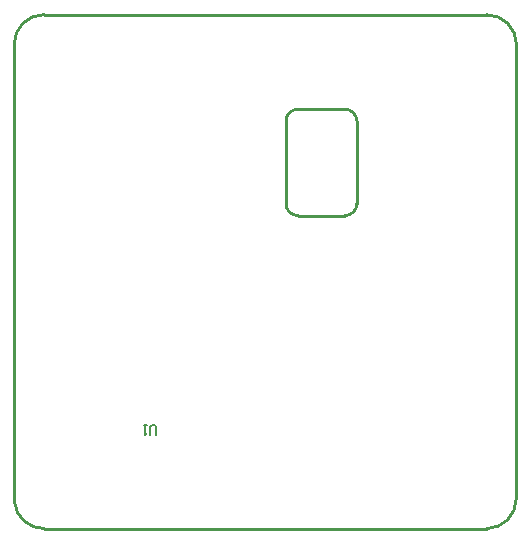
<source format=gm1>
G04*
G04 #@! TF.GenerationSoftware,Altium Limited,Altium Designer,25.2.1 (25)*
G04*
G04 Layer_Color=16711935*
%FSLAX25Y25*%
%MOIN*%
G70*
G04*
G04 #@! TF.SameCoordinates,1F312145-2A38-4454-B551-27999C65A1A9*
G04*
G04*
G04 #@! TF.FilePolarity,Positive*
G04*
G01*
G75*
%ADD65C,0.01000*%
%ADD74C,0.00591*%
D65*
X110236Y104331D02*
G03*
X114173Y108268I0J3937D01*
G01*
X90551D02*
G03*
X94488Y104331I3937J0D01*
G01*
Y139764D02*
G03*
X90551Y135827I0J-3937D01*
G01*
X114173D02*
G03*
X110236Y139764I-3937J0D01*
G01*
X157480Y0D02*
G03*
X167323Y9843I0J9843D01*
G01*
X167372Y161417D02*
G03*
X157480Y171309I-9892J0D01*
G01*
X9843D02*
G03*
X-49Y161417I0J-9892D01*
G01*
X49Y8863D02*
G03*
X9843Y0I9794J979D01*
G01*
X94488Y139764D02*
X110236D01*
X90551Y108268D02*
Y135827D01*
X114173Y108268D02*
Y135827D01*
X94488Y104331D02*
X110236D01*
X49Y8863D02*
Y161319D01*
X167372Y9892D02*
Y161417D01*
X9843Y171309D02*
X157480D01*
X9843Y0D02*
X157480D01*
D74*
X47339Y31348D02*
Y33971D01*
X46814Y34496D01*
X45764D01*
X45239Y33971D01*
Y31348D01*
X44190Y34496D02*
X43141D01*
X43665D01*
Y31348D01*
X44190Y31872D01*
M02*

</source>
